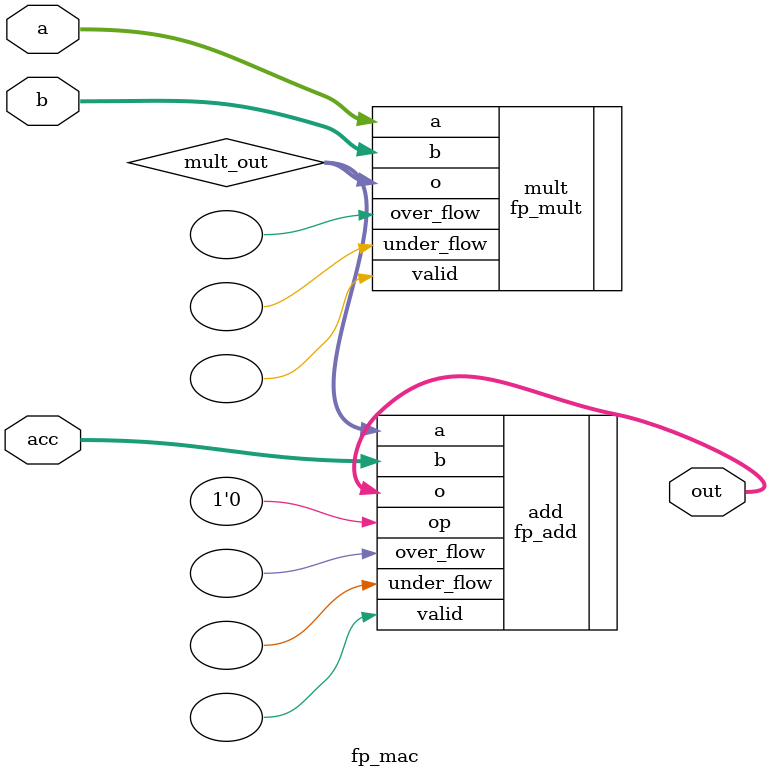
<source format=v>
module fp_mac (
   input [23:0] a, b, acc,
   output [23:0] out
);

   wire [23:0] 	 mult_out;
   
   fp_mult mult (.a (a),
		 .b (b),
		 .o (mult_out),
		 .valid (),
		 .over_flow (),
		 .under_flow ());	 

   fp_add add (.a (mult_out),
	       .b (acc),
	       .op (1'b0),
	       .o (out),
	       .valid (),
	       .over_flow (), 
	       .under_flow ());
   
endmodule
</source>
